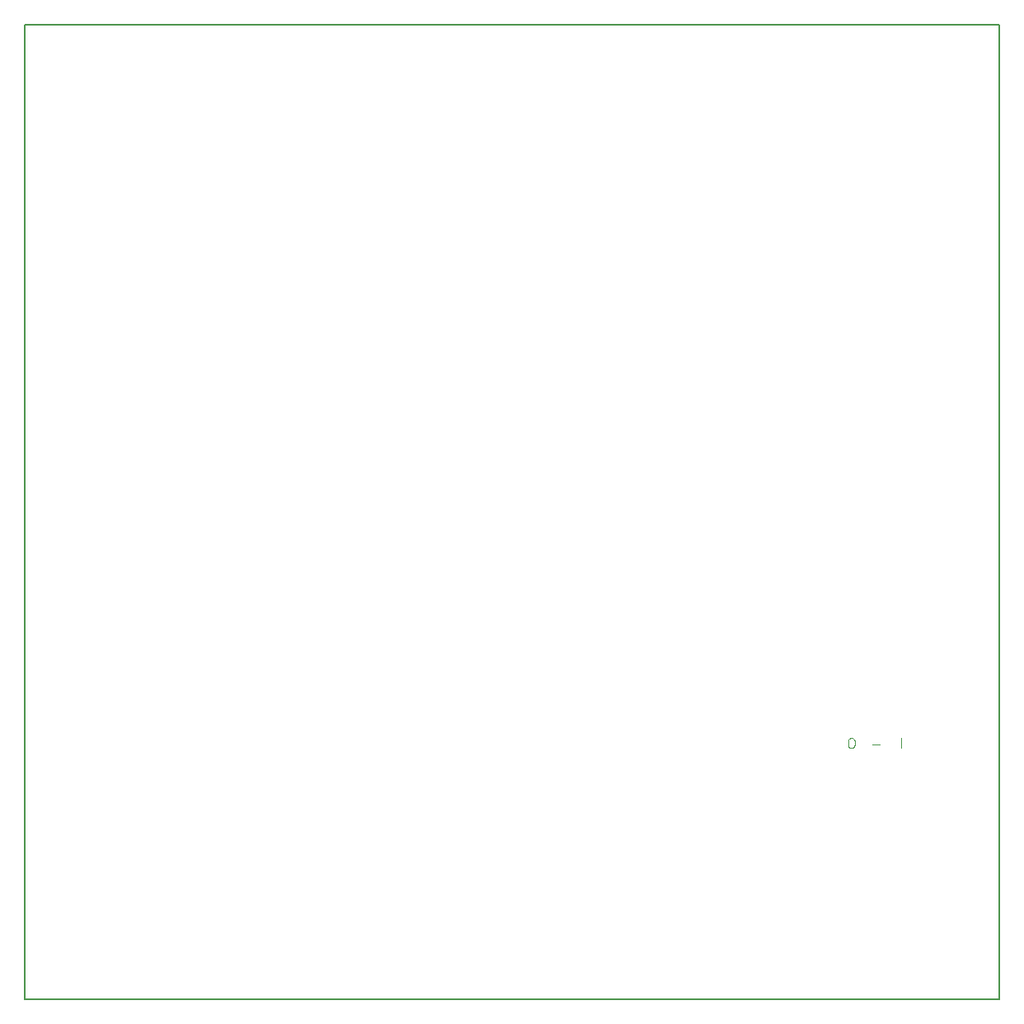
<source format=gbr>
G04 #@! TF.FileFunction,Profile,NP*
%FSLAX46Y46*%
G04 Gerber Fmt 4.6, Leading zero omitted, Abs format (unit mm)*
G04 Created by KiCad (PCBNEW 4.0.2+dfsg1-stable) date 2019年09月16日 21時23分18秒*
%MOMM*%
G01*
G04 APERTURE LIST*
%ADD10C,0.100000*%
%ADD11C,0.150000*%
%ADD12C,0.050000*%
G04 APERTURE END LIST*
D10*
D11*
X125000000Y-70000000D02*
X25000000Y-70000000D01*
X125000000Y-170000000D02*
X125000000Y-70000000D01*
X25000000Y-170000000D02*
X125000000Y-170000000D01*
X25000000Y-70000000D02*
X25000000Y-170000000D01*
D12*
X112014391Y-143849369D02*
X112776296Y-143849369D01*
X114939020Y-144227551D02*
X114939020Y-143227551D01*
X109758292Y-143229441D02*
X109948769Y-143229441D01*
X110044007Y-143277060D01*
X110139245Y-143372298D01*
X110186864Y-143562774D01*
X110186864Y-143896108D01*
X110139245Y-144086584D01*
X110044007Y-144181822D01*
X109948769Y-144229441D01*
X109758292Y-144229441D01*
X109663054Y-144181822D01*
X109567816Y-144086584D01*
X109520197Y-143896108D01*
X109520197Y-143562774D01*
X109567816Y-143372298D01*
X109663054Y-143277060D01*
X109758292Y-143229441D01*
M02*

</source>
